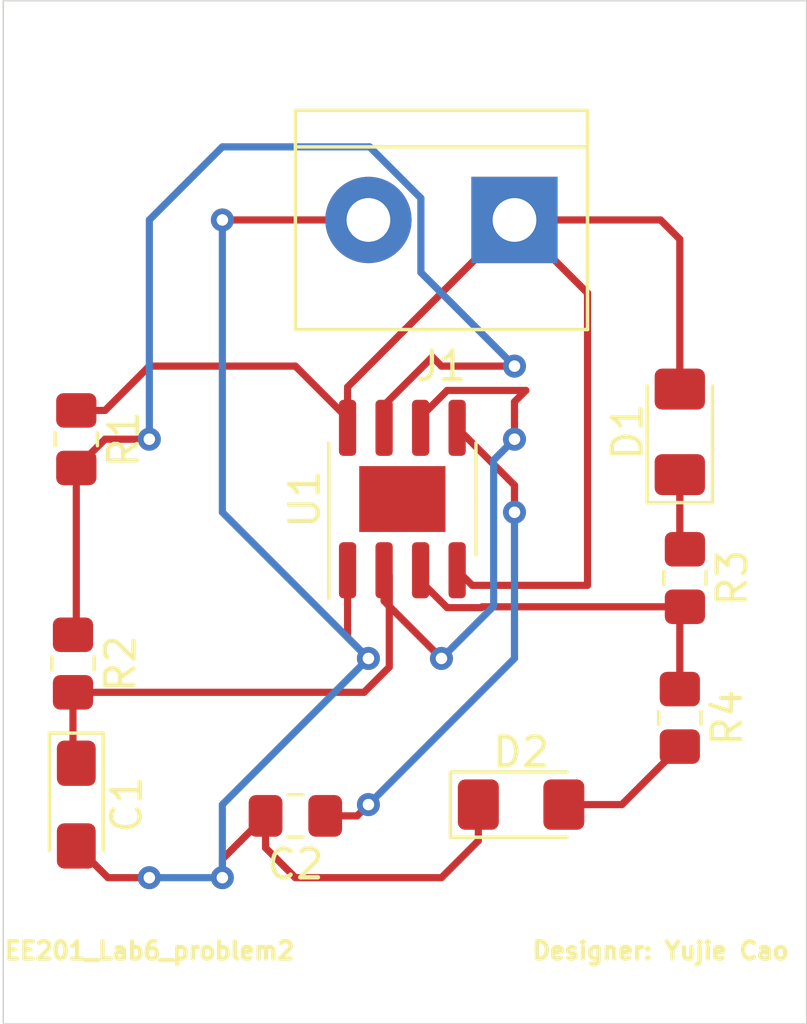
<source format=kicad_pcb>
(kicad_pcb (version 20211014) (generator pcbnew)
  (layers (0 "F.Cu" signal) (31 "B.Cu" signal) (34 "B.Paste" user) (35 "F.Paste" user) (36 "B.SilkS" user "B.Silkscreen") (37 "F.SilkS" user "F.Silkscreen") (38 "B.Mask" user) (39 "F.Mask" user) (44 "Edge.Cuts" user))
  (net 0 "")
  (net 1 "/pin_2")
  (net 2 "GND")
  (net 3 "Net-(C2-Pad1)")
  (net 4 "Net-(D1-Pad1)")
  (net 5 "+9V")
  (net 6 "Net-(D2-Pad2)")
  (net 7 "/pin_7")
  (net 8 "/pin_3")
  (footprint "Resistor_SMD:R_0805_2012Metric_Pad1.20x1.40mm_HandSolder" (layer "F.Cu") (at 111.645 81.457616 -90)
    (fp_text reference "R2" (at 0 -1.65 90) (layer "F.SilkS"))
    (fp_text value "10k")
    (fp_line (start -0.227064 0.735) (end 0.227064 0.735) (layer "F.SilkS") (width 0.12))
    (fp_line (start -0.227064 -0.735) (end 0.227064 -0.735) (layer "F.SilkS") (width 0.12))
    (pad "1" smd roundrect (at -1 0 270) (size 1.2 1.4) (layers "F.Cu" "F.Paste" "F.Mask") (roundrect_rratio 0.208333) (net 7 "/pin_7"))
    (pad "2" smd roundrect (at 1 0 270) (size 1.2 1.4) (layers "F.Cu" "F.Paste" "F.Mask") (roundrect_rratio 0.208333) (net 1 "/pin_2"))
  )
  (footprint "LED_SMD:LED_1206_3216Metric_Pad1.42x1.75mm_HandSolder" (layer "F.Cu") (at 132.75 73.40532 90)
    (fp_text reference "D1" (at 0 -1.82 90) (layer "F.SilkS"))
    (fp_text value "LED")
    (fp_line (start -2.46 -1.135) (end -2.46 1.135) (layer "F.SilkS") (width 0.12))
    (fp_line (start 1.6 -1.135) (end -2.46 -1.135) (layer "F.SilkS") (width 0.12))
    (fp_line (start -2.46 1.135) (end 1.6 1.135) (layer "F.SilkS") (width 0.12))
    (pad "1" smd roundrect (at -1.4875 0 90) (size 1.425 1.75) (layers "F.Cu" "F.Paste" "F.Mask") (roundrect_rratio 0.175439) (net 4 "Net-(D1-Pad1)"))
    (pad "2" smd roundrect (at 1.4875 0 90) (size 1.425 1.75) (layers "F.Cu" "F.Paste" "F.Mask") (roundrect_rratio 0.175439) (net 5 "+9V"))
  )
  (footprint "Resistor_SMD:R_0805_2012Metric_Pad1.20x1.40mm_HandSolder" (layer "F.Cu") (at 111.76 73.66 -90)
    (fp_text reference "R1" (at 0 -1.65 90) (layer "F.SilkS"))
    (fp_text value "1k")
    (fp_line (start -0.227064 0.735) (end 0.227064 0.735) (layer "F.SilkS") (width 0.12))
    (fp_line (start -0.227064 -0.735) (end 0.227064 -0.735) (layer "F.SilkS") (width 0.12))
    (pad "1" smd roundrect (at -1 0 270) (size 1.2 1.4) (layers "F.Cu" "F.Paste" "F.Mask") (roundrect_rratio 0.208333) (net 5 "+9V"))
    (pad "2" smd roundrect (at 1 0 270) (size 1.2 1.4) (layers "F.Cu" "F.Paste" "F.Mask") (roundrect_rratio 0.208333) (net 7 "/pin_7"))
  )
  (footprint "TerminalBlock:TerminalBlock_bornier-2_P5.08mm" (layer "F.Cu") (at 127 66.04 180)
    (fp_text reference "J1" (at 2.54 -5.08) (layer "F.SilkS"))
    (fp_text value "Conn_01x02_Male")
    (fp_line (start 7.62 -3.81) (end -2.54 -3.81) (layer "F.SilkS") (width 0.12))
    (fp_line (start 7.62 3.81) (end 7.62 -3.81) (layer "F.SilkS") (width 0.12))
    (fp_line (start 7.62 2.54) (end -2.54 2.54) (layer "F.SilkS") (width 0.12))
    (fp_line (start -2.54 3.81) (end 7.62 3.81) (layer "F.SilkS") (width 0.12))
    (fp_line (start -2.54 -3.81) (end -2.54 3.81) (layer "F.SilkS") (width 0.12))
    (pad "1" thru_hole rect (at 0 0 180) (size 3 3) (drill 1.52) (layers *.Cu *.Mask) (net 5 "+9V"))
    (pad "2" thru_hole circle (at 5.08 0 180) (size 3 3) (drill 1.52) (layers *.Cu *.Mask) (net 2 "GND"))
  )
  (footprint "LED_SMD:LED_1206_3216Metric_Pad1.42x1.75mm_HandSolder" (layer "F.Cu") (at 127.23 86.36)
    (fp_text reference "D2" (at 0 -1.82) (layer "F.SilkS"))
    (fp_text value "LED")
    (fp_line (start 1.6 -1.135) (end -2.46 -1.135) (layer "F.SilkS") (width 0.12))
    (fp_line (start -2.46 -1.135) (end -2.46 1.135) (layer "F.SilkS") (width 0.12))
    (fp_line (start -2.46 1.135) (end 1.6 1.135) (layer "F.SilkS") (width 0.12))
    (pad "1" smd roundrect (at -1.4875 0) (size 1.425 1.75) (layers "F.Cu" "F.Paste" "F.Mask") (roundrect_rratio 0.175439) (net 2 "GND"))
    (pad "2" smd roundrect (at 1.4875 0) (size 1.425 1.75) (layers "F.Cu" "F.Paste" "F.Mask") (roundrect_rratio 0.175439) (net 6 "Net-(D2-Pad2)"))
  )
  (footprint "Package_SO:SOIC-8-1EP_3.9x4.9mm_P1.27mm_EP2.29x3mm" (layer "F.Cu") (at 123.1 75.74 90)
    (fp_text reference "U1" (at 0 -3.4 90) (layer "F.SilkS"))
    (fp_text value "NE555D")
    (fp_line (start 0 -2.56) (end -3.45 -2.56) (layer "F.SilkS") (width 0.12))
    (fp_line (start 0 2.56) (end 1.95 2.56) (layer "F.SilkS") (width 0.12))
    (fp_line (start 0 -2.56) (end 1.95 -2.56) (layer "F.SilkS") (width 0.12))
    (fp_line (start 0 2.56) (end -1.95 2.56) (layer "F.SilkS") (width 0.12))
    (pad "1" smd roundrect (at -2.475 -1.905 90) (size 1.95 0.6) (layers "F.Cu" "F.Paste" "F.Mask") (net 2 "GND"))
    (pad "2" smd roundrect (at -2.475 -0.635 90) (size 1.95 0.6) (layers "F.Cu" "F.Paste" "F.Mask") (net 1 "/pin_2"))
    (pad "3" smd roundrect (at -2.475 0.635 90) (size 1.95 0.6) (layers "F.Cu" "F.Paste" "F.Mask") (net 8 "/pin_3"))
    (pad "4" smd roundrect (at -2.475 1.905 90) (size 1.95 0.6) (layers "F.Cu" "F.Paste" "F.Mask") (net 5 "+9V"))
    (pad "5" smd roundrect (at 2.475 1.905 90) (size 1.95 0.6) (layers "F.Cu" "F.Paste" "F.Mask") (net 3 "Net-(C2-Pad1)"))
    (pad "6" smd roundrect (at 2.475 0.635 90) (size 1.95 0.6) (layers "F.Cu" "F.Paste" "F.Mask") (net 1 "/pin_2"))
    (pad "7" smd roundrect (at 2.475 -0.635 90) (size 1.95 0.6) (layers "F.Cu" "F.Paste" "F.Mask") (net 7 "/pin_7"))
    (pad "8" smd roundrect (at 2.475 -1.905 90) (size 1.95 0.6) (layers "F.Cu" "F.Paste" "F.Mask") (net 5 "+9V"))
    (pad "9" smd rect (at 0 0 90) (size 2.29 3) (layers "F.Cu" "F.Mask"))
  )
  (footprint "Capacitor_SMD:C_0805_2012Metric_Pad1.18x1.45mm_HandSolder" (layer "F.Cu") (at 119.38 86.752488 180)
    (fp_text reference "C2" (at 0 -1.68) (layer "F.SilkS"))
    (fp_text value "0.01µF")
    (fp_line (start -0.261252 0.735) (end 0.261252 0.735) (layer "F.SilkS") (width 0.12))
    (fp_line (start -0.261252 -0.735) (end 0.261252 -0.735) (layer "F.SilkS") (width 0.12))
    (pad "1" smd roundrect (at -1.0375 0 180) (size 1.175 1.45) (layers "F.Cu" "F.Paste" "F.Mask") (roundrect_rratio 0.212766) (net 3 "Net-(C2-Pad1)"))
    (pad "2" smd roundrect (at 1.0375 0 180) (size 1.175 1.45) (layers "F.Cu" "F.Paste" "F.Mask") (roundrect_rratio 0.212766) (net 2 "GND"))
  )
  (footprint "Resistor_SMD:R_0805_2012Metric_Pad1.20x1.40mm_HandSolder" (layer "F.Cu") (at 132.75 83.34532 -90)
    (fp_text reference "R4" (at 0 -1.65 90) (layer "F.SilkS"))
    (fp_text value "1k")
    (fp_line (start -0.227064 0.735) (end 0.227064 0.735) (layer "F.SilkS") (width 0.12))
    (fp_line (start -0.227064 -0.735) (end 0.227064 -0.735) (layer "F.SilkS") (width 0.12))
    (pad "1" smd roundrect (at -1 0 270) (size 1.2 1.4) (layers "F.Cu" "F.Paste" "F.Mask") (roundrect_rratio 0.208333) (net 8 "/pin_3"))
    (pad "2" smd roundrect (at 1 0 270) (size 1.2 1.4) (layers "F.Cu" "F.Paste" "F.Mask") (roundrect_rratio 0.208333) (net 6 "Net-(D2-Pad2)"))
  )
  (footprint "Resistor_SMD:R_0805_2012Metric_Pad1.20x1.40mm_HandSolder" (layer "F.Cu") (at 132.927064 78.48532 -90)
    (fp_text reference "R3" (at 0 -1.65 90) (layer "F.SilkS"))
    (fp_text value "1k")
    (fp_line (start -0.227064 0.735) (end 0.227064 0.735) (layer "F.SilkS") (width 0.12))
    (fp_line (start -0.227064 -0.735) (end 0.227064 -0.735) (layer "F.SilkS") (width 0.12))
    (pad "1" smd roundrect (at -1 0 270) (size 1.2 1.4) (layers "F.Cu" "F.Paste" "F.Mask") (roundrect_rratio 0.208333) (net 4 "Net-(D1-Pad1)"))
    (pad "2" smd roundrect (at 1 0 270) (size 1.2 1.4) (layers "F.Cu" "F.Paste" "F.Mask") (roundrect_rratio 0.208333) (net 8 "/pin_3"))
  )
  (footprint "Capacitor_Tantalum_SMD:CP_EIA-3216-18_Kemet-A_Pad1.58x1.35mm_HandSolder" (layer "F.Cu") (at 111.76 86.36 -90)
    (fp_text reference "C1" (at 0 -1.75 90) (layer "F.SilkS"))
    (fp_text value "10µV")
    (fp_line (start -2.485 -0.935) (end -2.485 0.935) (layer "F.SilkS") (width 0.12))
    (fp_line (start 1.6 -0.935) (end -2.485 -0.935) (layer "F.SilkS") (width 0.12))
    (fp_line (start -2.485 0.935) (end 1.6 0.935) (layer "F.SilkS") (width 0.12))
    (pad "1" smd roundrect (at -1.4375 0 270) (size 1.575 1.35) (layers "F.Cu" "F.Paste" "F.Mask") (roundrect_rratio 0.185185) (net 1 "/pin_2"))
    (pad "2" smd roundrect (at 1.4375 0 270) (size 1.575 1.35) (layers "F.Cu" "F.Paste" "F.Mask") (roundrect_rratio 0.185185) (net 2 "GND"))
  )
  (gr_rect (start 109.22 58.42) (end 137.16 93.98) (layer "Edge.Cuts") (width 0.05) (fill none))
  (gr_text "EE201_Lab6_problem2" (at 114.3 91.44) (layer "F.SilkS") (effects (font (size 0.6 0.6))))
  (gr_text "Designer: Yujie Cao" (at 132.08 91.44) (layer "F.SilkS") (effects (font (size 0.6 0.6))))
  (segment (start 127 72.36) (end 127 73.66) (width 0.25) (layer "F.Cu") (net 1))
  (segment (start 123.735 72.888249) (end 124.658249 71.965) (width 0.25) (layer "F.Cu") (net 1))
  (segment (start 111.645 82.457616) (end 111.645 84.8075) (width 0.25) (layer "F.Cu") (net 1))
  (segment (start 123.735 73.265) (end 123.735 72.888249) (width 0.25) (layer "F.Cu") (net 1))
  (segment (start 122.645 81.580305) (end 122.645 78.395) (width 0.25) (layer "F.Cu") (net 1))
  (segment (start 122.465 79.285) (end 124.46 81.28) (width 0.25) (layer "F.Cu") (net 1))
  (segment (start 127.395 71.965) (end 127 72.36) (width 0.25) (layer "F.Cu") (net 1))
  (segment (start 111.645 84.8075) (end 111.76 84.9225) (width 0.25) (layer "F.Cu") (net 1))
  (segment (start 121.767689 82.457616) (end 122.645 81.580305) (width 0.25) (layer "F.Cu") (net 1))
  (segment (start 111.645 82.457616) (end 121.767689 82.457616) (width 0.25) (layer "F.Cu") (net 1))
  (segment (start 122.465 78.215) (end 122.465 79.285) (width 0.25) (layer "F.Cu") (net 1))
  (segment (start 124.658249 71.965) (end 127.395 71.965) (width 0.25) (layer "F.Cu") (net 1))
  (segment (start 122.645 78.395) (end 122.465 78.215) (width 0.25) (layer "F.Cu") (net 1))
  (via (at 124.46 81.28) (size 0.8) (drill 0.4) (layers "F.Cu" "B.Cu") (net 1))
  (via (at 127 73.66) (size 0.8) (drill 0.4) (layers "F.Cu" "B.Cu") (net 1))
  (segment (start 126.275 79.465) (end 124.46 81.28) (width 0.25) (layer "B.Cu") (net 1))
  (segment (start 126.275 74.385) (end 126.275 79.465) (width 0.25) (layer "B.Cu") (net 1))
  (segment (start 127 73.66) (end 126.275 74.385) (width 0.25) (layer "B.Cu") (net 1))
  (segment (start 116.84 88.254988) (end 116.84 88.9) (width 0.25) (layer "F.Cu") (net 2))
  (segment (start 119.38 88.9) (end 118.3425 87.8625) (width 0.25) (layer "F.Cu") (net 2))
  (segment (start 125.7425 86.36) (end 125.7425 87.6175) (width 0.25) (layer "F.Cu") (net 2))
  (segment (start 124.46 88.9) (end 119.38 88.9) (width 0.25) (layer "F.Cu") (net 2))
  (segment (start 121.195 78.215) (end 121.195 80.555) (width 0.25) (layer "F.Cu") (net 2))
  (segment (start 118.3425 87.8625) (end 118.3425 86.752488) (width 0.25) (layer "F.Cu") (net 2))
  (segment (start 118.3425 86.752488) (end 116.84 88.254988) (width 0.25) (layer "F.Cu") (net 2))
  (segment (start 121.92 81.28) (end 121.195 80.555) (width 0.25) (layer "F.Cu") (net 2))
  (segment (start 125.7425 87.6175) (end 124.46 88.9) (width 0.25) (layer "F.Cu") (net 2))
  (segment (start 112.8625 88.9) (end 114.3 88.9) (width 0.25) (layer "F.Cu") (net 2))
  (segment (start 111.76 87.7975) (end 112.8625 88.9) (width 0.25) (layer "F.Cu") (net 2))
  (segment (start 121.92 66.04) (end 116.84 66.04) (width 0.25) (layer "F.Cu") (net 2))
  (via (at 116.84 88.9) (size 0.8) (drill 0.4) (layers "F.Cu" "B.Cu") (net 2))
  (via (at 121.92 81.28) (size 0.8) (drill 0.4) (layers "F.Cu" "B.Cu") (net 2))
  (via (at 116.84 66.04) (size 0.8) (drill 0.4) (layers "F.Cu" "B.Cu") (net 2))
  (via (at 114.3 88.9) (size 0.8) (drill 0.4) (layers "F.Cu" "B.Cu") (net 2))
  (segment (start 116.84 86.36) (end 121.92 81.28) (width 0.25) (layer "B.Cu") (net 2))
  (segment (start 116.84 88.9) (end 116.84 86.36) (width 0.25) (layer "B.Cu") (net 2))
  (segment (start 114.3 88.9) (end 116.84 88.9) (width 0.25) (layer "B.Cu") (net 2))
  (segment (start 116.84 66.04) (end 116.84 76.2) (width 0.25) (layer "B.Cu") (net 2))
  (segment (start 116.84 76.2) (end 121.92 81.28) (width 0.25) (layer "B.Cu") (net 2))
  (segment (start 120.4175 86.752488) (end 121.527512 86.752488) (width 0.25) (layer "F.Cu") (net 3))
  (segment (start 121.527512 86.752488) (end 121.92 86.36) (width 0.25) (layer "F.Cu") (net 3))
  (segment (start 125.005 73.265) (end 127 75.26) (width 0.25) (layer "F.Cu") (net 3))
  (segment (start 127 75.26) (end 127 76.2) (width 0.25) (layer "F.Cu") (net 3))
  (via (at 121.92 86.36) (size 0.8) (drill 0.4) (layers "F.Cu" "B.Cu") (net 3))
  (via (at 127 76.2) (size 0.8) (drill 0.4) (layers "F.Cu" "B.Cu") (net 3))
  (segment (start 121.92 86.36) (end 127 81.28) (width 0.25) (layer "B.Cu") (net 3))
  (segment (start 127 81.28) (end 127 76.2) (width 0.25) (layer "B.Cu") (net 3))
  (segment (start 132.75 74.89282) (end 132.75 77.308256) (width 0.25) (layer "F.Cu") (net 4))
  (segment (start 132.75 77.308256) (end 132.927064 77.48532) (width 0.25) (layer "F.Cu") (net 4))
  (segment (start 111.76 72.66) (end 112.76 72.66) (width 0.25) (layer "F.Cu") (net 5))
  (segment (start 132.75 66.71) (end 132.75 71.91782) (width 0.25) (layer "F.Cu") (net 5))
  (segment (start 129.54 68.58) (end 129.54 78.74) (width 0.25) (layer "F.Cu") (net 5))
  (segment (start 132.08 66.04) (end 127 66.04) (width 0.25) (layer "F.Cu") (net 5))
  (segment (start 112.76 72.66) (end 114.3 71.12) (width 0.25) (layer "F.Cu") (net 5))
  (segment (start 125.005 78.215) (end 125.53 78.74) (width 0.25) (layer "F.Cu") (net 5))
  (segment (start 132.08 66.04) (end 132.75 66.71) (width 0.25) (layer "F.Cu") (net 5))
  (segment (start 121.195 71.845) (end 121.195 73.265) (width 0.25) (layer "F.Cu") (net 5))
  (segment (start 114.3 71.12) (end 119.38 71.12) (width 0.25) (layer "F.Cu") (net 5))
  (segment (start 125.53 78.74) (end 129.54 78.74) (width 0.25) (layer "F.Cu") (net 5))
  (segment (start 121.195 72.935) (end 121.195 73.265) (width 0.25) (layer "F.Cu") (net 5))
  (segment (start 127 66.04) (end 129.54 68.58) (width 0.25) (layer "F.Cu") (net 5))
  (segment (start 119.38 71.12) (end 121.195 72.935) (width 0.25) (layer "F.Cu") (net 5))
  (segment (start 127 66.04) (end 121.195 71.845) (width 0.25) (layer "F.Cu") (net 5))
  (segment (start 130.73532 86.36) (end 128.7175 86.36) (width 0.25) (layer "F.Cu") (net 6))
  (segment (start 132.75 84.34532) (end 130.73532 86.36) (width 0.25) (layer "F.Cu") (net 6))
  (segment (start 124.141802 70.801802) (end 124.46 71.12) (width 0.25) (layer "F.Cu") (net 7))
  (segment (start 122.465 73.265) (end 122.465 72.478604) (width 0.25) (layer "F.Cu") (net 7))
  (segment (start 111.76 80.342616) (end 111.645 80.457616) (width 0.25) (layer "F.Cu") (net 7))
  (segment (start 111.76 74.66) (end 112.76 73.66) (width 0.25) (layer "F.Cu") (net 7))
  (segment (start 122.465 72.478604) (end 124.141802 70.801802) (width 0.25) (layer "F.Cu") (net 7))
  (segment (start 124.46 71.12) (end 127 71.12) (width 0.25) (layer "F.Cu") (net 7))
  (segment (start 111.76 74.66) (end 111.76 80.342616) (width 0.25) (layer "F.Cu") (net 7))
  (segment (start 112.76 73.66) (end 114.3 73.66) (width 0.25) (layer "F.Cu") (net 7))
  (via (at 114.3 73.66) (size 0.8) (drill 0.4) (layers "F.Cu" "B.Cu") (net 7))
  (via (at 127 71.12) (size 0.8) (drill 0.4) (layers "F.Cu" "B.Cu") (net 7))
  (segment (start 127 71.12) (end 123.745 67.865) (width 0.25) (layer "B.Cu") (net 7))
  (segment (start 123.745 67.865) (end 123.745 65.28406) (width 0.25) (layer "B.Cu") (net 7))
  (segment (start 114.3 66.04) (end 114.3 73.66) (width 0.25) (layer "B.Cu") (net 7))
  (segment (start 116.84 63.5) (end 114.3 66.04) (width 0.25) (layer "B.Cu") (net 7))
  (segment (start 123.745 65.28406) (end 121.96094 63.5) (width 0.25) (layer "B.Cu") (net 7))
  (segment (start 121.96094 63.5) (end 116.84 63.5) (width 0.25) (layer "B.Cu") (net 7))
  (segment (start 132.927064 79.48532) (end 125.878569 79.48532) (width 0.25) (layer "F.Cu") (net 8))
  (segment (start 132.75 79.662384) (end 132.75 82.34532) (width 0.25) (layer "F.Cu") (net 8))
  (segment (start 124.658249 79.515) (end 123.735 78.591751) (width 0.25) (layer "F.Cu") (net 8))
  (segment (start 125.878569 79.48532) (end 125.848889 79.515) (width 0.25) (layer "F.Cu") (net 8))
  (segment (start 123.735 78.591751) (end 123.735 78.215) (width 0.25) (layer "F.Cu") (net 8))
  (segment (start 132.927064 79.48532) (end 132.75 79.662384) (width 0.25) (layer "F.Cu") (net 8))
  (segment (start 125.848889 79.515) (end 124.658249 79.515) (width 0.25) (layer "F.Cu") (net 8))
)
</source>
